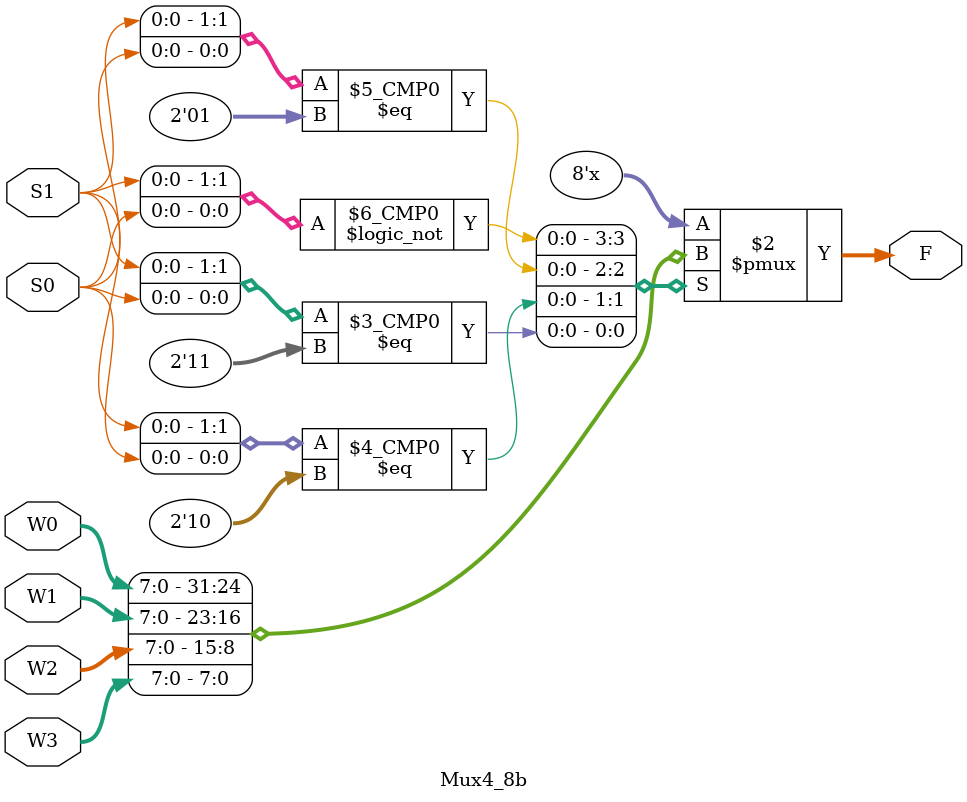
<source format=v>
module Mux4_8b(S1, S0, W0, W1, W2, W3, F);

	input S1, S0;
	input[7:0] W0, W1, W2, W3;
	output[7:0] F;
	reg [7:0] F;
	
	always@(W0 or W1 or W2 or W3 or S1 or S0)
	begin
		case({S1, S0})
			2'b 00 : F = W0;
			2'b 01 : F = W1;
			2'b 10 : F = W2;
			2'b 11 : F = W3;
			
			default : F = 8'bx;
		endcase
	end
	
endmodule

</source>
